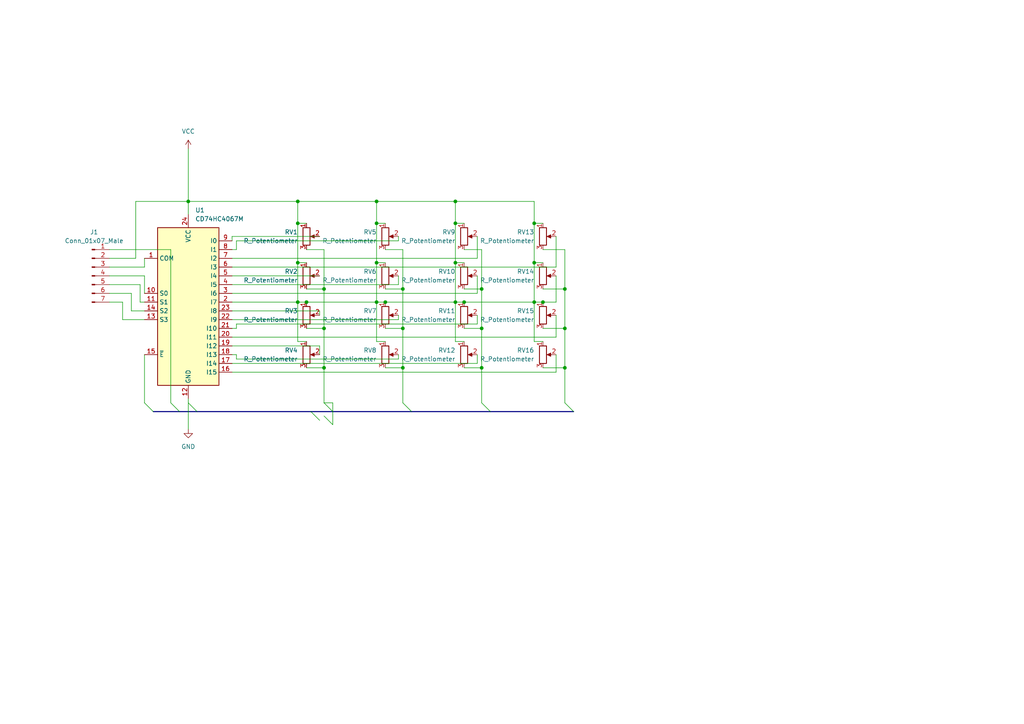
<source format=kicad_sch>
(kicad_sch (version 20211123) (generator eeschema)
  (paper "A4")
  (lib_symbols
    (symbol "74xx:CD74HC4067M"
      (property "Reference" "U" (at -8.89 22.86 0))
      (property "Value" "CD74HC4067M" (at 1.27 22.86 0))
      (symbol "CD74HC4067M_0_1"
        (rectangle (start -8.89 21.59) (end 8.89 -24.13) (stroke (width 0.254)) (fill (type background)))
      )
      (symbol "CD74HC4067M_1_1"
        (pin passive line (at -12.7 12.7 0) (length 3.81) (name "COM") (number "1"))
        (pin input line (at -12.7 2.54 0) (length 3.81) (name "S0") (number "10"))
        (pin input line (at -12.7 0 0) (length 3.81) (name "S1") (number "11"))
        (pin power_in line (at 0 -27.94 90) (length 3.81) (name "GND") (number "12"))
        (pin input line (at -12.7 -5.08 0) (length 3.81) (name "S3") (number "13"))
        (pin input line (at -12.7 -2.54 0) (length 3.81) (name "S2") (number "14"))
        (pin input line (at -12.7 -15.24 0) (length 3.81) (name "~{E}") (number "15"))
        (pin passive line (at 12.7 -20.32 180) (length 3.81) (name "I15") (number "16"))
        (pin passive line (at 12.7 -17.78 180) (length 3.81) (name "I14") (number "17"))
        (pin passive line (at 12.7 -15.24 180) (length 3.81) (name "I13") (number "18"))
        (pin passive line (at 12.7 -12.7 180) (length 3.81) (name "I12") (number "19"))
        (pin passive line (at 12.7 0 180) (length 3.81) (name "I7") (number "2"))
        (pin passive line (at 12.7 -10.16 180) (length 3.81) (name "I11") (number "20"))
        (pin passive line (at 12.7 -7.62 180) (length 3.81) (name "I10") (number "21"))
        (pin passive line (at 12.7 -5.08 180) (length 3.81) (name "I9") (number "22"))
        (pin passive line (at 12.7 -2.54 180) (length 3.81) (name "I8") (number "23"))
        (pin power_in line (at 0 25.4 270) (length 3.81) (name "VCC") (number "24"))
        (pin passive line (at 12.7 2.54 180) (length 3.81) (name "I6") (number "3"))
        (pin passive line (at 12.7 5.08 180) (length 3.81) (name "I5") (number "4"))
        (pin passive line (at 12.7 7.62 180) (length 3.81) (name "I4") (number "5"))
        (pin passive line (at 12.7 10.16 180) (length 3.81) (name "I3") (number "6"))
        (pin passive line (at 12.7 12.7 180) (length 3.81) (name "I2") (number "7"))
        (pin passive line (at 12.7 15.24 180) (length 3.81) (name "I1") (number "8"))
        (pin passive line (at 12.7 17.78 180) (length 3.81) (name "I0") (number "9"))
      )
    )
    (symbol "Connector:Conn_01x07_Male" (pin_names (offset 1.016) hide)
      (property "Reference" "J" (at 0 10.16 0))
      (property "Value" "Conn_01x07_Male" (at 0 -10.16 0))
      (symbol "Conn_01x07_Male_1_1"
        (polyline (pts (xy 1.27 -7.62) (xy 0.8636 -7.62)) (stroke (width 0.1524)))
        (polyline (pts (xy 1.27 -5.08) (xy 0.8636 -5.08)) (stroke (width 0.1524)))
        (polyline (pts (xy 1.27 -2.54) (xy 0.8636 -2.54)) (stroke (width 0.1524)))
        (polyline (pts (xy 1.27 0) (xy 0.8636 0)) (stroke (width 0.1524)))
        (polyline (pts (xy 1.27 2.54) (xy 0.8636 2.54)) (stroke (width 0.1524)))
        (polyline (pts (xy 1.27 5.08) (xy 0.8636 5.08)) (stroke (width 0.1524)))
        (polyline (pts (xy 1.27 7.62) (xy 0.8636 7.62)) (stroke (width 0.1524)))
        (rectangle (start 0.8636 -7.493) (end 0 -7.747) (stroke (width 0.1524)) (fill (type outline)))
        (rectangle (start 0.8636 -4.953) (end 0 -5.207) (stroke (width 0.1524)) (fill (type outline)))
        (rectangle (start 0.8636 -2.413) (end 0 -2.667) (stroke (width 0.1524)) (fill (type outline)))
        (rectangle (start 0.8636 0.127) (end 0 -0.127) (stroke (width 0.1524)) (fill (type outline)))
        (rectangle (start 0.8636 2.667) (end 0 2.413) (stroke (width 0.1524)) (fill (type outline)))
        (rectangle (start 0.8636 5.207) (end 0 4.953) (stroke (width 0.1524)) (fill (type outline)))
        (rectangle (start 0.8636 7.747) (end 0 7.493) (stroke (width 0.1524)) (fill (type outline)))
        (pin passive line (at 5.08 7.62 180) (length 3.81) (name "Pin_1") (number "1"))
        (pin passive line (at 5.08 5.08 180) (length 3.81) (name "Pin_2") (number "2"))
        (pin passive line (at 5.08 2.54 180) (length 3.81) (name "Pin_3") (number "3"))
        (pin passive line (at 5.08 0 180) (length 3.81) (name "Pin_4") (number "4"))
        (pin passive line (at 5.08 -2.54 180) (length 3.81) (name "Pin_5") (number "5"))
        (pin passive line (at 5.08 -5.08 180) (length 3.81) (name "Pin_6") (number "6"))
        (pin passive line (at 5.08 -7.62 180) (length 3.81) (name "Pin_7") (number "7"))
      )
    )
    (symbol "Device:R_Potentiometer" (pin_names (offset 1.016) hide)
      (property "Reference" "RV" (at -4.445 0 90))
      (property "Value" "R_Potentiometer" (at -2.54 0 90))
      (symbol "R_Potentiometer_0_1"
        (polyline (pts (xy 2.54 0) (xy 1.524 0)))
        (polyline (pts (xy 1.143 0) (xy 2.286 0.508) (xy 2.286 -0.508) (xy 1.143 0)) (fill (type outline)))
        (rectangle (start 1.016 2.54) (end -1.016 -2.54) (stroke (width 0.254)))
      )
      (symbol "R_Potentiometer_1_1"
        (pin passive line (at 0 3.81 270) (length 1.27) (name "1") (number "1"))
        (pin passive line (at 3.81 0 180) (length 1.27) (name "2") (number "2"))
        (pin passive line (at 0 -3.81 90) (length 1.27) (name "3") (number "3"))
      )
    )
    (symbol "power:GND" (power) (pin_names (offset 0))
      (property "Value" "GND" (at 0 -3.81 0))
      (symbol "GND_0_1"
        (polyline (pts (xy 0 0) (xy 0 -1.27) (xy 1.27 -1.27) (xy 0 -2.54) (xy -1.27 -1.27) (xy 0 -1.27)))
      )
      (symbol "GND_1_1"
        (pin power_in line (at 0 0 270) (length 0) hide (name "GND") (number "1"))
      )
    )
    (symbol "power:VCC" (power) (pin_names (offset 0))
      (property "Value" "VCC" (at 0 3.81 0))
      (symbol "VCC_0_1"
        (polyline (pts (xy -0.762 1.27) (xy 0 2.54)))
        (polyline (pts (xy 0 0) (xy 0 2.54)))
        (polyline (pts (xy 0 2.54) (xy 0.762 1.27)))
      )
      (symbol "VCC_1_1"
        (pin power_in line (at 0 0 90) (length 0) hide (name "VCC") (number "1"))
      )
    )
  )
  (junction (at 139.7 95.25))
  (junction (at 109.22 64.77))
  (junction (at 116.84 83.82))
  (junction (at 163.83 95.25))
  (junction (at 93.98 83.82))
  (junction (at 116.84 95.25))
  (junction (at 163.83 83.82))
  (junction (at 139.7 83.82))
  (junction (at 111.76 87.63))
  (junction (at 109.22 76.2))
  (junction (at 88.9 87.63))
  (junction (at 132.08 87.63))
  (junction (at 139.7 106.68))
  (junction (at 132.08 58.42))
  (junction (at 154.94 64.77))
  (junction (at 154.94 76.2))
  (junction (at 154.94 87.63))
  (junction (at 157.48 87.63))
  (junction (at 163.83 106.68))
  (junction (at 109.22 58.42))
  (junction (at 93.98 106.68))
  (junction (at 132.08 64.77))
  (junction (at 86.36 64.77))
  (junction (at 134.62 87.63))
  (junction (at 132.08 76.2))
  (junction (at 116.84 106.68))
  (junction (at 86.36 76.2))
  (junction (at 109.22 87.63))
  (junction (at 54.61 58.42))
  (junction (at 86.36 58.42))
  (junction (at 93.98 95.25))
  (junction (at 86.36 87.63))
  (bus_entry (at 93.98 120.65) (size 2.54 2.54))
  (bus_entry (at 90.17 119.38) (size 2.54 2.54))
  (bus_entry (at 116.84 116.84) (size 2.54 2.54))
  (bus_entry (at 41.91 116.84) (size 2.54 2.54))
  (bus_entry (at 49.53 116.84) (size 2.54 2.54))
  (bus_entry (at 163.83 116.84) (size 2.54 2.54))
  (bus_entry (at 139.7 116.84) (size 2.54 2.54))
  (bus_entry (at 54.61 116.84) (size 2.54 2.54))
  (bus_entry (at 93.98 116.84) (size 2.54 2.54))
  (wire (pts (xy 67.31 77.47) (xy 161.29 77.47)))
  (wire (pts (xy 163.83 116.84) (xy 163.83 106.68)))
  (wire (pts (xy 111.76 106.68) (xy 116.84 106.68)))
  (wire (pts (xy 67.31 102.87) (xy 68.58 102.87)))
  (wire (pts (xy 67.31 69.85) (xy 67.31 68.58)))
  (wire (pts (xy 154.94 99.06) (xy 157.48 99.06)))
  (wire (pts (xy 68.58 104.14) (xy 115.57 104.14)))
  (wire (pts (xy 86.36 99.06) (xy 88.9 99.06)))
  (wire (pts (xy 68.58 69.85) (xy 115.57 69.85)))
  (wire (pts (xy 88.9 106.68) (xy 93.98 106.68)))
  (wire (pts (xy 41.91 80.01) (xy 41.91 85.09)))
  (wire (pts (xy 154.94 76.2) (xy 154.94 87.63)))
  (wire (pts (xy 132.08 76.2) (xy 132.08 87.63)))
  (wire (pts (xy 109.22 64.77) (xy 111.76 64.77)))
  (wire (pts (xy 88.9 83.82) (xy 93.98 83.82)))
  (wire (pts (xy 86.36 87.63) (xy 86.36 99.06)))
  (wire (pts (xy 54.61 116.84) (xy 54.61 124.46)))
  (wire (pts (xy 115.57 92.71) (xy 115.57 91.44)))
  (wire (pts (xy 134.62 95.25) (xy 139.7 95.25)))
  (wire (pts (xy 132.08 87.63) (xy 132.08 99.06)))
  (wire (pts (xy 67.31 95.25) (xy 68.58 95.25)))
  (wire (pts (xy 31.75 80.01) (xy 41.91 80.01)))
  (wire (pts (xy 161.29 107.95) (xy 161.29 102.87)))
  (wire (pts (xy 67.31 85.09) (xy 138.43 85.09)))
  (wire (pts (xy 134.62 83.82) (xy 139.7 83.82)))
  (wire (pts (xy 154.94 87.63) (xy 154.94 99.06)))
  (wire (pts (xy 109.22 64.77) (xy 109.22 76.2)))
  (wire (pts (xy 111.76 72.39) (xy 116.84 72.39)))
  (wire (pts (xy 40.64 87.63) (xy 41.91 87.63)))
  (wire (pts (xy 157.48 87.63) (xy 161.29 87.63)))
  (wire (pts (xy 67.31 80.01) (xy 92.71 80.01)))
  (wire (pts (xy 115.57 82.55) (xy 115.57 80.01)))
  (wire (pts (xy 138.43 93.98) (xy 138.43 91.44)))
  (wire (pts (xy 39.37 58.42) (xy 39.37 74.93)))
  (wire (pts (xy 88.9 95.25) (xy 93.98 95.25)))
  (wire (pts (xy 96.52 116.84) (xy 96.52 119.38)))
  (wire (pts (xy 67.31 74.93) (xy 138.43 74.93)))
  (wire (pts (xy 54.61 115.57) (xy 54.61 116.84)))
  (wire (pts (xy 116.84 72.39) (xy 116.84 83.82)))
  (wire (pts (xy 132.08 87.63) (xy 134.62 87.63)))
  (wire (pts (xy 41.91 77.47) (xy 41.91 74.93)))
  (wire (pts (xy 161.29 91.44) (xy 161.29 97.79)))
  (wire (pts (xy 116.84 106.68) (xy 116.84 95.25)))
  (wire (pts (xy 38.1 90.17) (xy 41.91 90.17)))
  (wire (pts (xy 154.94 87.63) (xy 157.48 87.63)))
  (wire (pts (xy 132.08 64.77) (xy 134.62 64.77)))
  (wire (pts (xy 67.31 107.95) (xy 161.29 107.95)))
  (wire (pts (xy 67.31 100.33) (xy 92.71 100.33)))
  (wire (pts (xy 139.7 83.82) (xy 139.7 95.25)))
  (bus (pts (xy 90.17 119.38) (xy 96.52 119.38)))
  (bus (pts (xy 44.45 119.38) (xy 52.07 119.38)))
  (wire (pts (xy 134.62 87.63) (xy 154.94 87.63)))
  (wire (pts (xy 40.64 82.55) (xy 40.64 87.63)))
  (wire (pts (xy 138.43 85.09) (xy 138.43 80.01)))
  (wire (pts (xy 68.58 93.98) (xy 138.43 93.98)))
  (bus (pts (xy 142.24 119.38) (xy 166.37 119.38)))
  (wire (pts (xy 88.9 72.39) (xy 93.98 72.39)))
  (wire (pts (xy 132.08 64.77) (xy 132.08 76.2)))
  (wire (pts (xy 138.43 74.93) (xy 138.43 68.58)))
  (wire (pts (xy 68.58 95.25) (xy 68.58 93.98)))
  (wire (pts (xy 115.57 102.87) (xy 115.57 104.14)))
  (wire (pts (xy 54.61 43.18) (xy 54.61 58.42)))
  (wire (pts (xy 31.75 85.09) (xy 38.1 85.09)))
  (wire (pts (xy 54.61 58.42) (xy 54.61 62.23)))
  (wire (pts (xy 154.94 64.77) (xy 154.94 76.2)))
  (wire (pts (xy 157.48 95.25) (xy 163.83 95.25)))
  (wire (pts (xy 161.29 87.63) (xy 161.29 80.01)))
  (wire (pts (xy 67.31 105.41) (xy 138.43 105.41)))
  (wire (pts (xy 49.53 116.84) (xy 49.53 72.39)))
  (wire (pts (xy 96.52 119.38) (xy 96.52 123.19)))
  (wire (pts (xy 139.7 72.39) (xy 139.7 83.82)))
  (wire (pts (xy 109.22 76.2) (xy 111.76 76.2)))
  (wire (pts (xy 111.76 83.82) (xy 116.84 83.82)))
  (wire (pts (xy 111.76 95.25) (xy 116.84 95.25)))
  (wire (pts (xy 86.36 58.42) (xy 54.61 58.42)))
  (wire (pts (xy 139.7 106.68) (xy 139.7 116.84)))
  (wire (pts (xy 86.36 64.77) (xy 86.36 76.2)))
  (wire (pts (xy 67.31 82.55) (xy 115.57 82.55)))
  (wire (pts (xy 67.31 72.39) (xy 68.58 72.39)))
  (wire (pts (xy 115.57 69.85) (xy 115.57 68.58)))
  (wire (pts (xy 163.83 106.68) (xy 157.48 106.68)))
  (wire (pts (xy 92.71 90.17) (xy 92.71 91.44)))
  (wire (pts (xy 109.22 99.06) (xy 111.76 99.06)))
  (wire (pts (xy 163.83 106.68) (xy 163.83 95.25)))
  (wire (pts (xy 38.1 85.09) (xy 38.1 90.17)))
  (bus (pts (xy 119.38 119.38) (xy 142.24 119.38)))
  (wire (pts (xy 67.31 97.79) (xy 161.29 97.79)))
  (wire (pts (xy 35.56 87.63) (xy 35.56 92.71)))
  (wire (pts (xy 116.84 95.25) (xy 116.84 83.82)))
  (wire (pts (xy 93.98 106.68) (xy 93.98 116.84)))
  (wire (pts (xy 67.31 92.71) (xy 115.57 92.71)))
  (wire (pts (xy 92.71 100.33) (xy 92.71 102.87)))
  (wire (pts (xy 39.37 74.93) (xy 31.75 74.93)))
  (wire (pts (xy 86.36 76.2) (xy 88.9 76.2)))
  (wire (pts (xy 49.53 72.39) (xy 31.75 72.39)))
  (wire (pts (xy 86.36 64.77) (xy 88.9 64.77)))
  (wire (pts (xy 35.56 92.71) (xy 41.91 92.71)))
  (wire (pts (xy 154.94 58.42) (xy 154.94 64.77)))
  (bus (pts (xy 57.15 119.38) (xy 90.17 119.38)))
  (wire (pts (xy 86.36 76.2) (xy 86.36 87.63)))
  (wire (pts (xy 86.36 58.42) (xy 86.36 64.77)))
  (wire (pts (xy 116.84 116.84) (xy 116.84 106.68)))
  (wire (pts (xy 139.7 95.25) (xy 139.7 106.68)))
  (wire (pts (xy 132.08 76.2) (xy 134.62 76.2)))
  (wire (pts (xy 109.22 58.42) (xy 109.22 64.77)))
  (wire (pts (xy 163.83 72.39) (xy 163.83 83.82)))
  (wire (pts (xy 111.76 87.63) (xy 132.08 87.63)))
  (wire (pts (xy 88.9 87.63) (xy 109.22 87.63)))
  (wire (pts (xy 86.36 58.42) (xy 109.22 58.42)))
  (wire (pts (xy 68.58 102.87) (xy 68.58 104.14)))
  (wire (pts (xy 67.31 90.17) (xy 92.71 90.17)))
  (wire (pts (xy 54.61 58.42) (xy 39.37 58.42)))
  (wire (pts (xy 31.75 77.47) (xy 41.91 77.47)))
  (wire (pts (xy 132.08 58.42) (xy 132.08 64.77)))
  (wire (pts (xy 154.94 64.77) (xy 157.48 64.77)))
  (wire (pts (xy 93.98 95.25) (xy 93.98 106.68)))
  (wire (pts (xy 134.62 106.68) (xy 139.7 106.68)))
  (wire (pts (xy 109.22 87.63) (xy 111.76 87.63)))
  (wire (pts (xy 67.31 68.58) (xy 92.71 68.58)))
  (bus (pts (xy 96.52 119.38) (xy 119.38 119.38)))
  (wire (pts (xy 109.22 58.42) (xy 132.08 58.42)))
  (wire (pts (xy 68.58 72.39) (xy 68.58 69.85)))
  (bus (pts (xy 52.07 119.38) (xy 57.15 119.38)))
  (wire (pts (xy 163.83 95.25) (xy 163.83 83.82)))
  (wire (pts (xy 109.22 87.63) (xy 109.22 99.06)))
  (wire (pts (xy 67.31 87.63) (xy 86.36 87.63)))
  (wire (pts (xy 93.98 72.39) (xy 93.98 83.82)))
  (wire (pts (xy 41.91 102.87) (xy 41.91 116.84)))
  (wire (pts (xy 134.62 72.39) (xy 139.7 72.39)))
  (wire (pts (xy 132.08 99.06) (xy 134.62 99.06)))
  (wire (pts (xy 31.75 87.63) (xy 35.56 87.63)))
  (wire (pts (xy 86.36 87.63) (xy 88.9 87.63)))
  (wire (pts (xy 161.29 77.47) (xy 161.29 68.58)))
  (wire (pts (xy 93.98 116.84) (xy 96.52 116.84)))
  (wire (pts (xy 93.98 83.82) (xy 93.98 95.25)))
  (wire (pts (xy 132.08 58.42) (xy 154.94 58.42)))
  (wire (pts (xy 138.43 102.87) (xy 138.43 105.41)))
  (wire (pts (xy 154.94 76.2) (xy 157.48 76.2)))
  (wire (pts (xy 109.22 76.2) (xy 109.22 87.63)))
  (wire (pts (xy 31.75 82.55) (xy 40.64 82.55)))
  (wire (pts (xy 157.48 72.39) (xy 163.83 72.39)))
  (wire (pts (xy 157.48 83.82) (xy 163.83 83.82)))
  (symbol (lib_id "74xx:CD74HC4067M") (at 54.61 87.63 0) (unit 1)
    (property "Reference" "U1" (at 56.6294 60.96 0) (effects (justify left)))
    (property "Value" "CD74HC4067M" (at 56.6294 63.5 0) (effects (justify left)))
    (property "Footprint" "Package_SO:SOIC-24W_7.5x15.4mm_P1.27mm" (effects hide))
    (property "Datasheet" "http://www.ti.com/lit/ds/symlink/cd74hc4067.pdf" (effects hide))
  )
  (symbol (lib_id "power:VCC") (at 54.61 43.18 0) (unit 1)
    (property "Reference" "#PWR01" (effects hide))
    (property "Value" "VCC" (at 54.61 38.1 0))
  )
  (symbol (lib_id "Device:R_Potentiometer") (at 88.9 102.87 0) (unit 1)
    (property "Reference" "RV4" (at 86.36 101.5999 0) (effects (justify right)))
    (property "Value" "R_Potentiometer" (at 86.36 104.1399 0) (effects (justify right)))
    (property "Footprint" "Potentiometer_SMD:Potentiometer_Bourns_3214G_Horizontal" (effects hide))
  )
  (symbol (lib_id "Device:R_Potentiometer") (at 111.76 91.44 0) (unit 1)
    (property "Reference" "RV7" (at 109.22 90.1699 0) (effects (justify right)))
    (property "Value" "R_Potentiometer" (at 109.22 92.7099 0) (effects (justify right)))
    (property "Footprint" "Potentiometer_SMD:Potentiometer_Bourns_3214G_Horizontal" (effects hide))
  )
  (symbol (lib_id "Device:R_Potentiometer") (at 134.62 91.44 0) (unit 1)
    (property "Reference" "RV11" (at 132.08 90.1699 0) (effects (justify right)))
    (property "Value" "R_Potentiometer" (at 132.08 92.7099 0) (effects (justify right)))
    (property "Footprint" "Potentiometer_SMD:Potentiometer_Bourns_3214G_Horizontal" (effects hide))
  )
  (symbol (lib_id "Device:R_Potentiometer") (at 157.48 68.58 0) (unit 1)
    (property "Reference" "RV13" (at 154.94 67.3099 0) (effects (justify right)))
    (property "Value" "R_Potentiometer" (at 154.94 69.8499 0) (effects (justify right)))
    (property "Footprint" "Potentiometer_SMD:Potentiometer_Bourns_3214G_Horizontal" (effects hide))
  )
  (symbol (lib_id "Device:R_Potentiometer") (at 88.9 68.58 0) (unit 1)
    (property "Reference" "RV1" (at 86.36 67.3099 0) (effects (justify right)))
    (property "Value" "R_Potentiometer" (at 86.36 69.8499 0) (effects (justify right)))
    (property "Footprint" "Potentiometer_SMD:Potentiometer_Bourns_3214G_Horizontal" (effects hide))
  )
  (symbol (lib_id "Device:R_Potentiometer") (at 134.62 68.58 0) (unit 1)
    (property "Reference" "RV9" (at 132.08 67.3099 0) (effects (justify right)))
    (property "Value" "R_Potentiometer" (at 132.08 69.8499 0) (effects (justify right)))
    (property "Footprint" "Potentiometer_SMD:Potentiometer_Bourns_3214G_Horizontal" (effects hide))
  )
  (symbol (lib_id "Device:R_Potentiometer") (at 88.9 80.01 0) (unit 1)
    (property "Reference" "RV2" (at 86.36 78.7399 0) (effects (justify right)))
    (property "Value" "R_Potentiometer" (at 86.36 81.2799 0) (effects (justify right)))
    (property "Footprint" "Potentiometer_SMD:Potentiometer_Bourns_3214G_Horizontal" (effects hide))
  )
  (symbol (lib_id "Device:R_Potentiometer") (at 111.76 68.58 0) (unit 1)
    (property "Reference" "RV5" (at 109.22 67.3099 0) (effects (justify right)))
    (property "Value" "R_Potentiometer" (at 109.22 69.8499 0) (effects (justify right)))
    (property "Footprint" "Potentiometer_SMD:Potentiometer_Bourns_3214G_Horizontal" (effects hide))
  )
  (symbol (lib_id "Device:R_Potentiometer") (at 111.76 80.01 0) (unit 1)
    (property "Reference" "RV6" (at 109.22 78.7399 0) (effects (justify right)))
    (property "Value" "R_Potentiometer" (at 109.22 81.2799 0) (effects (justify right)))
    (property "Footprint" "Potentiometer_SMD:Potentiometer_Bourns_3214G_Horizontal" (effects hide))
  )
  (symbol (lib_id "Device:R_Potentiometer") (at 157.48 91.44 0) (unit 1)
    (property "Reference" "RV15" (at 154.94 90.1699 0) (effects (justify right)))
    (property "Value" "R_Potentiometer" (at 154.94 92.7099 0) (effects (justify right)))
    (property "Footprint" "Potentiometer_SMD:Potentiometer_Bourns_3214G_Horizontal" (effects hide))
  )
  (symbol (lib_id "Device:R_Potentiometer") (at 88.9 91.44 0) (unit 1)
    (property "Reference" "RV3" (at 86.36 90.1699 0) (effects (justify right)))
    (property "Value" "R_Potentiometer" (at 86.36 92.7099 0) (effects (justify right)))
    (property "Footprint" "Potentiometer_SMD:Potentiometer_Bourns_3214G_Horizontal" (effects hide))
  )
  (symbol (lib_id "Device:R_Potentiometer") (at 134.62 102.87 0) (unit 1)
    (property "Reference" "RV12" (at 132.08 101.5999 0) (effects (justify right)))
    (property "Value" "R_Potentiometer" (at 132.08 104.1399 0) (effects (justify right)))
    (property "Footprint" "Potentiometer_SMD:Potentiometer_Bourns_3214G_Horizontal" (effects hide))
  )
  (symbol (lib_id "Device:R_Potentiometer") (at 157.48 102.87 0) (unit 1)
    (property "Reference" "RV16" (at 154.94 101.5999 0) (effects (justify right)))
    (property "Value" "R_Potentiometer" (at 154.94 104.1399 0) (effects (justify right)))
    (property "Footprint" "Potentiometer_SMD:Potentiometer_Bourns_3214G_Horizontal" (effects hide))
  )
  (symbol (lib_id "Device:R_Potentiometer") (at 111.76 102.87 0) (unit 1)
    (property "Reference" "RV8" (at 109.22 101.5999 0) (effects (justify right)))
    (property "Value" "R_Potentiometer" (at 109.22 104.1399 0) (effects (justify right)))
    (property "Footprint" "Potentiometer_SMD:Potentiometer_Bourns_3214G_Horizontal" (effects hide))
  )
  (symbol (lib_id "power:GND") (at 54.61 124.46 0) (unit 1)
    (property "Reference" "#PWR02" (effects hide))
    (property "Value" "GND" (at 54.61 129.54 0))
  )
  (symbol (lib_id "Connector:Conn_01x07_Male") (at 26.67 80.01 0) (unit 1)
    (property "Reference" "J1" (at 27.305 67.31 0))
    (property "Value" "Conn_01x07_Male" (at 27.305 69.85 0))
    (property "Footprint" "Connector_PinHeader_1.00mm:PinHeader_1x07_P1.00mm_Vertical" (effects hide))
  )
  (symbol (lib_id "Device:R_Potentiometer") (at 134.62 80.01 0) (unit 1)
    (property "Reference" "RV10" (at 132.08 78.7399 0) (effects (justify right)))
    (property "Value" "R_Potentiometer" (at 132.08 81.2799 0) (effects (justify right)))
    (property "Footprint" "Potentiometer_SMD:Potentiometer_Bourns_3214G_Horizontal" (effects hide))
  )
  (symbol (lib_id "Device:R_Potentiometer") (at 157.48 80.01 0) (unit 1)
    (property "Reference" "RV14" (at 154.94 78.7399 0) (effects (justify right)))
    (property "Value" "R_Potentiometer" (at 154.94 81.2799 0) (effects (justify right)))
    (property "Footprint" "Potentiometer_SMD:Potentiometer_Bourns_3214G_Horizontal" (effects hide))
  )
)
</source>
